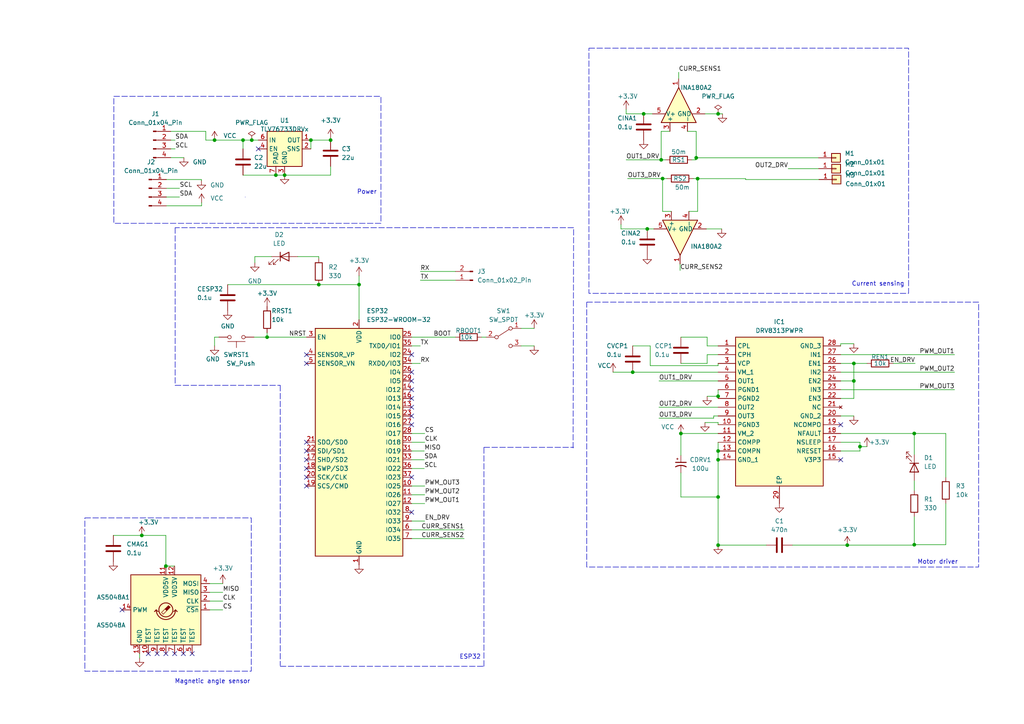
<source format=kicad_sch>
(kicad_sch (version 20230121) (generator eeschema)
  (paper "A4")
  (lib_symbols
    (symbol "Amplifier_Current:INA180A2" (pin_names (offset 0.127))
      (property "Reference" "U" (at 3.81 3.81 0))
      (property "Value" "INA180A2" (at 3.81 -2.54 0))
      (symbol "INA180A2_0_1"
        (polyline (pts (xy 5.08 0) (xy -5.08 5.08) (xy -5.08 -5.08) (xy 5.08 0)) (stroke (width 0.254)) (fill (type background)))
      )
      (symbol "INA180A2_1_1"
        (pin output line (at 7.62 0 180) (length 2.54) (name "~") (number "1"))
        (pin power_in line (at -2.54 -7.62 90) (length 3.81) (name "GND") (number "2"))
        (pin input line (at -7.62 2.54 0) (length 2.54) (name "+") (number "3"))
        (pin input line (at -7.62 -2.54 0) (length 2.54) (name "-") (number "4"))
        (pin power_in line (at -2.54 7.62 270) (length 3.81) (name "V+") (number "5"))
      )
    )
    (symbol "Connector:Conn_01x02_Pin" (pin_names (offset 1.016) hide)
      (property "Reference" "J" (at 0 2.54 0))
      (property "Value" "Conn_01x02_Pin" (at 0 -5.08 0))
      (symbol "Conn_01x02_Pin_1_1"
        (polyline (pts (xy 1.27 -2.54) (xy 0.8636 -2.54)) (stroke (width 0.1524)))
        (polyline (pts (xy 1.27 0) (xy 0.8636 0)) (stroke (width 0.1524)))
        (rectangle (start 0.8636 -2.413) (end 0 -2.667) (stroke (width 0.1524)) (fill (type outline)))
        (rectangle (start 0.8636 0.127) (end 0 -0.127) (stroke (width 0.1524)) (fill (type outline)))
        (pin passive line (at 5.08 0 180) (length 3.81) (name "Pin_1") (number "1"))
        (pin passive line (at 5.08 -2.54 180) (length 3.81) (name "Pin_2") (number "2"))
      )
    )
    (symbol "Connector:Conn_01x04_Pin" (pin_names (offset 1.016) hide)
      (property "Reference" "J" (at 0 5.08 0))
      (property "Value" "Conn_01x04_Pin" (at 0 -7.62 0))
      (symbol "Conn_01x04_Pin_1_1"
        (polyline (pts (xy 1.27 -5.08) (xy 0.8636 -5.08)) (stroke (width 0.1524)))
        (polyline (pts (xy 1.27 -2.54) (xy 0.8636 -2.54)) (stroke (width 0.1524)))
        (polyline (pts (xy 1.27 0) (xy 0.8636 0)) (stroke (width 0.1524)))
        (polyline (pts (xy 1.27 2.54) (xy 0.8636 2.54)) (stroke (width 0.1524)))
        (rectangle (start 0.8636 -4.953) (end 0 -5.207) (stroke (width 0.1524)) (fill (type outline)))
        (rectangle (start 0.8636 -2.413) (end 0 -2.667) (stroke (width 0.1524)) (fill (type outline)))
        (rectangle (start 0.8636 0.127) (end 0 -0.127) (stroke (width 0.1524)) (fill (type outline)))
        (rectangle (start 0.8636 2.667) (end 0 2.413) (stroke (width 0.1524)) (fill (type outline)))
        (pin passive line (at 5.08 2.54 180) (length 3.81) (name "Pin_1") (number "1"))
        (pin passive line (at 5.08 0 180) (length 3.81) (name "Pin_2") (number "2"))
        (pin passive line (at 5.08 -2.54 180) (length 3.81) (name "Pin_3") (number "3"))
        (pin passive line (at 5.08 -5.08 180) (length 3.81) (name "Pin_4") (number "4"))
      )
    )
    (symbol "Connector_Generic:Conn_01x01" (pin_names (offset 1.016) hide)
      (property "Reference" "J" (at 0 2.54 0))
      (property "Value" "Conn_01x01" (at 0 -2.54 0))
      (symbol "Conn_01x01_1_1"
        (rectangle (start -1.27 0.127) (end 0 -0.127) (stroke (width 0.1524)))
        (rectangle (start -1.27 1.27) (end 1.27 -1.27) (stroke (width 0.254)) (fill (type background)))
        (pin passive line (at -5.08 0 0) (length 3.81) (name "Pin_1") (number "1"))
      )
    )
    (symbol "DRV8313PWPR:DRV8313PWPR"
      (property "Reference" "IC" (at 31.75 7.62 0))
      (property "Value" "DRV8313PWPR" (at 31.75 5.08 0))
      (symbol "DRV8313PWPR_1_1"
        (rectangle (start 5.08 2.54) (end 30.48 -40.64) (stroke (width 0.254)) (fill (type background)))
        (pin passive line (at 0 0 0) (length 5.08) (name "CPL") (number "1"))
        (pin passive line (at 0 -22.86 0) (length 5.08) (name "PGND3") (number "10"))
        (pin passive line (at 0 -25.4 0) (length 5.08) (name "VM_2") (number "11"))
        (pin passive line (at 0 -27.94 0) (length 5.08) (name "COMPP") (number "12"))
        (pin passive line (at 0 -30.48 0) (length 5.08) (name "COMPN") (number "13"))
        (pin passive line (at 0 -33.02 0) (length 5.08) (name "GND_1") (number "14"))
        (pin passive line (at 35.56 -33.02 180) (length 5.08) (name "V3P3") (number "15"))
        (pin passive line (at 35.56 -30.48 180) (length 5.08) (name "NRESET") (number "16"))
        (pin passive line (at 35.56 -27.94 180) (length 5.08) (name "NSLEEP") (number "17"))
        (pin passive line (at 35.56 -25.4 180) (length 5.08) (name "NFAULT") (number "18"))
        (pin passive line (at 35.56 -22.86 180) (length 5.08) (name "NCOMPO") (number "19"))
        (pin passive line (at 0 -2.54 0) (length 5.08) (name "CPH") (number "2"))
        (pin passive line (at 35.56 -20.32 180) (length 5.08) (name "GND_2") (number "20"))
        (pin no_connect line (at 35.56 -17.78 180) (length 5.08) (name "NC") (number "21"))
        (pin passive line (at 35.56 -15.24 180) (length 5.08) (name "EN3") (number "22"))
        (pin passive line (at 35.56 -12.7 180) (length 5.08) (name "IN3") (number "23"))
        (pin passive line (at 35.56 -10.16 180) (length 5.08) (name "EN2") (number "24"))
        (pin passive line (at 35.56 -7.62 180) (length 5.08) (name "IN2") (number "25"))
        (pin passive line (at 35.56 -5.08 180) (length 5.08) (name "EN1") (number "26"))
        (pin passive line (at 35.56 -2.54 180) (length 5.08) (name "IN1") (number "27"))
        (pin passive line (at 35.56 0 180) (length 5.08) (name "GND_3") (number "28"))
        (pin passive line (at 17.78 -45.72 90) (length 5.08) (name "EP") (number "29"))
        (pin passive line (at 0 -5.08 0) (length 5.08) (name "VCP") (number "3"))
        (pin passive line (at 0 -7.62 0) (length 5.08) (name "VM_1") (number "4"))
        (pin passive line (at 0 -10.16 0) (length 5.08) (name "OUT1") (number "5"))
        (pin passive line (at 0 -12.7 0) (length 5.08) (name "PGND1") (number "6"))
        (pin passive line (at 0 -15.24 0) (length 5.08) (name "PGND2") (number "7"))
        (pin passive line (at 0 -17.78 0) (length 5.08) (name "OUT2") (number "8"))
        (pin passive line (at 0 -20.32 0) (length 5.08) (name "OUT3") (number "9"))
      )
    )
    (symbol "Device:C" (pin_numbers hide) (pin_names (offset 0.254))
      (property "Reference" "C" (at 0.635 2.54 0))
      (property "Value" "C" (at 0.635 -2.54 0))
      (symbol "C_0_1"
        (polyline (pts (xy -2.032 -0.762) (xy 2.032 -0.762)) (stroke (width 0.508)))
        (polyline (pts (xy -2.032 0.762) (xy 2.032 0.762)) (stroke (width 0.508)))
      )
      (symbol "C_1_1"
        (pin passive line (at 0 3.81 270) (length 2.794) (name "~") (number "1"))
        (pin passive line (at 0 -3.81 90) (length 2.794) (name "~") (number "2"))
      )
    )
    (symbol "Device:C_Polarized_Small_US" (pin_numbers hide) (pin_names (offset 0.254) hide)
      (property "Reference" "C" (at 0.254 1.778 0))
      (property "Value" "C_Polarized_Small_US" (at 0.254 -2.032 0))
      (symbol "C_Polarized_Small_US_0_1"
        (polyline (pts (xy -1.524 0.508) (xy 1.524 0.508)) (stroke (width 0.3048)))
        (polyline (pts (xy -1.27 1.524) (xy -0.762 1.524)))
        (polyline (pts (xy -1.016 1.27) (xy -1.016 1.778)))
        (arc (start 1.524 -0.762) (mid 0 -0.3734) (end -1.524 -0.762) (stroke (width 0.3048)))
      )
      (symbol "C_Polarized_Small_US_1_1"
        (pin passive line (at 0 2.54 270) (length 2.032) (name "~") (number "1"))
        (pin passive line (at 0 -2.54 90) (length 2.032) (name "~") (number "2"))
      )
    )
    (symbol "Device:LED" (pin_numbers hide) (pin_names (offset 1.016) hide)
      (property "Reference" "D" (at 0 2.54 0))
      (property "Value" "LED" (at 0 -2.54 0))
      (symbol "LED_0_1"
        (polyline (pts (xy -1.27 -1.27) (xy -1.27 1.27)) (stroke (width 0.254)))
        (polyline (pts (xy -1.27 0) (xy 1.27 0)))
        (polyline (pts (xy 1.27 -1.27) (xy 1.27 1.27) (xy -1.27 0) (xy 1.27 -1.27)) (stroke (width 0.254)))
        (polyline (pts (xy -3.048 -0.762) (xy -4.572 -2.286) (xy -3.81 -2.286) (xy -4.572 -2.286) (xy -4.572 -1.524)))
        (polyline (pts (xy -1.778 -0.762) (xy -3.302 -2.286) (xy -2.54 -2.286) (xy -3.302 -2.286) (xy -3.302 -1.524)))
      )
      (symbol "LED_1_1"
        (pin passive line (at -3.81 0 0) (length 2.54) (name "K") (number "1"))
        (pin passive line (at 3.81 0 180) (length 2.54) (name "A") (number "2"))
      )
    )
    (symbol "Device:R" (pin_numbers hide) (pin_names (offset 0))
      (property "Reference" "R" (at 2.032 0 90))
      (property "Value" "R" (at 0 0 90))
      (symbol "R_0_1"
        (rectangle (start -1.016 -2.54) (end 1.016 2.54) (stroke (width 0.254)))
      )
      (symbol "R_1_1"
        (pin passive line (at 0 3.81 270) (length 1.27) (name "~") (number "1"))
        (pin passive line (at 0 -3.81 90) (length 1.27) (name "~") (number "2"))
      )
    )
    (symbol "RF_Module:ESP32-WROOM-32"
      (property "Reference" "U" (at -12.7 34.29 0))
      (property "Value" "ESP32-WROOM-32" (at 1.27 34.29 0))
      (symbol "ESP32-WROOM-32_0_1"
        (rectangle (start -12.7 33.02) (end 12.7 -33.02) (stroke (width 0.254)) (fill (type background)))
      )
      (symbol "ESP32-WROOM-32_1_1"
        (pin power_in line (at 0 -35.56 90) (length 2.54) (name "GND") (number "1"))
        (pin bidirectional line (at 15.24 -12.7 180) (length 2.54) (name "IO25") (number "10"))
        (pin bidirectional line (at 15.24 -15.24 180) (length 2.54) (name "IO26") (number "11"))
        (pin bidirectional line (at 15.24 -17.78 180) (length 2.54) (name "IO27") (number "12"))
        (pin bidirectional line (at 15.24 10.16 180) (length 2.54) (name "IO14") (number "13"))
        (pin bidirectional line (at 15.24 15.24 180) (length 2.54) (name "IO12") (number "14"))
        (pin passive line (at 0 -35.56 90) (length 2.54) hide (name "GND") (number "15"))
        (pin bidirectional line (at 15.24 12.7 180) (length 2.54) (name "IO13") (number "16"))
        (pin bidirectional line (at -15.24 -5.08 0) (length 2.54) (name "SHD/SD2") (number "17"))
        (pin bidirectional line (at -15.24 -7.62 0) (length 2.54) (name "SWP/SD3") (number "18"))
        (pin bidirectional line (at -15.24 -12.7 0) (length 2.54) (name "SCS/CMD") (number "19"))
        (pin power_in line (at 0 35.56 270) (length 2.54) (name "VDD") (number "2"))
        (pin bidirectional line (at -15.24 -10.16 0) (length 2.54) (name "SCK/CLK") (number "20"))
        (pin bidirectional line (at -15.24 0 0) (length 2.54) (name "SDO/SD0") (number "21"))
        (pin bidirectional line (at -15.24 -2.54 0) (length 2.54) (name "SDI/SD1") (number "22"))
        (pin bidirectional line (at 15.24 7.62 180) (length 2.54) (name "IO15") (number "23"))
        (pin bidirectional line (at 15.24 25.4 180) (length 2.54) (name "IO2") (number "24"))
        (pin bidirectional line (at 15.24 30.48 180) (length 2.54) (name "IO0") (number "25"))
        (pin bidirectional line (at 15.24 20.32 180) (length 2.54) (name "IO4") (number "26"))
        (pin bidirectional line (at 15.24 5.08 180) (length 2.54) (name "IO16") (number "27"))
        (pin bidirectional line (at 15.24 2.54 180) (length 2.54) (name "IO17") (number "28"))
        (pin bidirectional line (at 15.24 17.78 180) (length 2.54) (name "IO5") (number "29"))
        (pin input line (at -15.24 30.48 0) (length 2.54) (name "EN") (number "3"))
        (pin bidirectional line (at 15.24 0 180) (length 2.54) (name "IO18") (number "30"))
        (pin bidirectional line (at 15.24 -2.54 180) (length 2.54) (name "IO19") (number "31"))
        (pin no_connect line (at -12.7 -27.94 0) (length 2.54) hide (name "NC") (number "32"))
        (pin bidirectional line (at 15.24 -5.08 180) (length 2.54) (name "IO21") (number "33"))
        (pin bidirectional line (at 15.24 22.86 180) (length 2.54) (name "RXD0/IO3") (number "34"))
        (pin bidirectional line (at 15.24 27.94 180) (length 2.54) (name "TXD0/IO1") (number "35"))
        (pin bidirectional line (at 15.24 -7.62 180) (length 2.54) (name "IO22") (number "36"))
        (pin bidirectional line (at 15.24 -10.16 180) (length 2.54) (name "IO23") (number "37"))
        (pin passive line (at 0 -35.56 90) (length 2.54) hide (name "GND") (number "38"))
        (pin passive line (at 0 -35.56 90) (length 2.54) hide (name "GND") (number "39"))
        (pin input line (at -15.24 25.4 0) (length 2.54) (name "SENSOR_VP") (number "4"))
        (pin input line (at -15.24 22.86 0) (length 2.54) (name "SENSOR_VN") (number "5"))
        (pin input line (at 15.24 -25.4 180) (length 2.54) (name "IO34") (number "6"))
        (pin input line (at 15.24 -27.94 180) (length 2.54) (name "IO35") (number "7"))
        (pin bidirectional line (at 15.24 -20.32 180) (length 2.54) (name "IO32") (number "8"))
        (pin bidirectional line (at 15.24 -22.86 180) (length 2.54) (name "IO33") (number "9"))
      )
    )
    (symbol "Regulator_Linear:TLV76733DRVx"
      (property "Reference" "U" (at 0 8.89 0))
      (property "Value" "TLV76733DRVx" (at 0 6.35 0))
      (symbol "TLV76733DRVx_0_1"
        (rectangle (start -5.08 -5.08) (end 5.08 5.08) (stroke (width 0.254)) (fill (type background)))
      )
      (symbol "TLV76733DRVx_1_1"
        (pin power_out line (at 7.62 2.54 180) (length 2.54) (name "OUT") (number "1"))
        (pin input line (at 7.62 0 180) (length 2.54) (name "SNS") (number "2"))
        (pin power_in line (at 0 -7.62 90) (length 2.54) (name "GND") (number "3"))
        (pin input line (at -7.62 0 0) (length 2.54) (name "EN") (number "4"))
        (pin passive line (at 0 -7.62 90) (length 2.54) hide (name "GND") (number "5"))
        (pin power_in line (at -7.62 2.54 0) (length 2.54) (name "IN") (number "6"))
        (pin passive line (at -2.54 -7.62 90) (length 2.54) (name "PAD") (number "7"))
      )
    )
    (symbol "Sensor_Magnetic:AS5048A"
      (property "Reference" "U" (at -10.16 11.43 0))
      (property "Value" "AS5048A" (at 10.16 11.43 0))
      (symbol "AS5048A_0_1"
        (rectangle (start -10.16 10.16) (end 10.16 -10.16) (stroke (width 0.254)) (fill (type background)))
        (arc (start -2.794 0) (mid 0 -2.7819) (end 2.794 0) (stroke (width 0.254)))
        (polyline (pts (xy -2.794 0) (xy -3.302 -0.508)) (stroke (width 0.254)))
        (polyline (pts (xy -2.794 0) (xy -2.286 -0.508)) (stroke (width 0.254)))
        (polyline (pts (xy 2.794 0) (xy 2.286 -0.508)) (stroke (width 0.254)))
        (polyline (pts (xy 2.794 0) (xy 3.302 -0.508)) (stroke (width 0.254)))
      )
      (symbol "AS5048A_1_1"
        (polyline (pts (xy 0.254 0.254) (xy 1.27 -0.762) (xy 0.762 -1.27) (xy -0.254 -0.254)))
        (polyline (pts (xy -0.762 1.27) (xy 0.254 0.254) (xy -0.254 -0.254) (xy -1.27 0.762) (xy -1.016 1.016) (xy -0.762 1.27) (xy -0.635 1.143)) (fill (type outline)))
        (circle (center 0 0) (radius 2.032) (stroke (width 0.254)))
        (pin input line (at -12.7 0 0) (length 2.54) (name "~{CSn}") (number "1"))
        (pin passive line (at 5.08 -12.7 90) (length 2.54) (name "TEST") (number "10"))
        (pin power_in line (at 0 12.7 270) (length 2.54) (name "VDD5V") (number "11"))
        (pin power_in line (at -2.54 12.7 270) (length 2.54) (name "VDD3V") (number "12"))
        (pin power_in line (at 7.62 -12.7 90) (length 2.54) (name "GND") (number "13"))
        (pin output line (at 12.7 0 180) (length 2.54) (name "PWM") (number "14"))
        (pin input line (at -12.7 2.54 0) (length 2.54) (name "CLK") (number "2"))
        (pin output line (at -12.7 5.08 0) (length 2.54) (name "MISO") (number "3"))
        (pin input line (at -12.7 7.62 0) (length 2.54) (name "MOSI") (number "4"))
        (pin passive line (at -7.62 -12.7 90) (length 2.54) (name "TEST") (number "5"))
        (pin passive line (at -5.08 -12.7 90) (length 2.54) (name "TEST") (number "6"))
        (pin passive line (at -2.54 -12.7 90) (length 2.54) (name "TEST") (number "7"))
        (pin passive line (at 0 -12.7 90) (length 2.54) (name "TEST") (number "8"))
        (pin passive line (at 2.54 -12.7 90) (length 2.54) (name "TEST") (number "9"))
      )
    )
    (symbol "Switch:SW_Push" (pin_numbers hide) (pin_names (offset 1.016) hide)
      (property "Reference" "SW" (at 1.27 2.54 0))
      (property "Value" "SW_Push" (at 0 -1.524 0))
      (symbol "SW_Push_0_1"
        (circle (center -2.032 0) (radius 0.508))
        (polyline (pts (xy 0 1.27) (xy 0 3.048)))
        (polyline (pts (xy 2.54 1.27) (xy -2.54 1.27)))
        (circle (center 2.032 0) (radius 0.508))
        (pin passive line (at -5.08 0 0) (length 2.54) (name "1") (number "1"))
        (pin passive line (at 5.08 0 180) (length 2.54) (name "2") (number "2"))
      )
    )
    (symbol "Switch:SW_SPDT" (pin_names (offset 0) hide)
      (property "Reference" "SW" (at 0 4.318 0))
      (property "Value" "SW_SPDT" (at 0 -5.08 0))
      (symbol "SW_SPDT_0_0"
        (circle (center -2.032 0) (radius 0.508))
        (circle (center 2.032 -2.54) (radius 0.508))
      )
      (symbol "SW_SPDT_0_1"
        (polyline (pts (xy -1.524 0.254) (xy 1.651 2.286)))
        (circle (center 2.032 2.54) (radius 0.508))
      )
      (symbol "SW_SPDT_1_1"
        (pin passive line (at 5.08 2.54 180) (length 2.54) (name "A") (number "1"))
        (pin passive line (at -5.08 0 0) (length 2.54) (name "B") (number "2"))
        (pin passive line (at 5.08 -2.54 180) (length 2.54) (name "C") (number "3"))
      )
    )
    (symbol "power:+3.3V" (power) (pin_names (offset 0))
      (property "Value" "+3.3V" (at 0 3.556 0))
      (symbol "+3.3V_0_1"
        (polyline (pts (xy -0.762 1.27) (xy 0 2.54)))
        (polyline (pts (xy 0 0) (xy 0 2.54)))
        (polyline (pts (xy 0 2.54) (xy 0.762 1.27)))
      )
      (symbol "+3.3V_1_1"
        (pin power_in line (at 0 0 90) (length 0) hide (name "+3.3V") (number "1"))
      )
    )
    (symbol "power:GND" (power) (pin_names (offset 0))
      (property "Value" "GND" (at 0 -3.81 0))
      (symbol "GND_0_1"
        (polyline (pts (xy 0 0) (xy 0 -1.27) (xy 1.27 -1.27) (xy 0 -2.54) (xy -1.27 -1.27) (xy 0 -1.27)))
      )
      (symbol "GND_1_1"
        (pin power_in line (at 0 0 270) (length 0) hide (name "GND") (number "1"))
      )
    )
    (symbol "power:PWR_FLAG" (power) (pin_numbers hide) (pin_names (offset 0) hide)
      (property "Value" "PWR_FLAG" (at 0 3.81 0))
      (symbol "PWR_FLAG_0_0"
        (pin power_out line (at 0 0 90) (length 0) (name "pwr") (number "1"))
      )
      (symbol "PWR_FLAG_0_1"
        (polyline (pts (xy 0 0) (xy 0 1.27) (xy -1.016 1.905) (xy 0 2.54) (xy 1.016 1.905) (xy 0 1.27)))
      )
    )
    (symbol "power:VCC" (power) (pin_names (offset 0))
      (property "Value" "VCC" (at 0 3.81 0))
      (symbol "VCC_0_1"
        (polyline (pts (xy -0.762 1.27) (xy 0 2.54)))
        (polyline (pts (xy 0 0) (xy 0 2.54)))
        (polyline (pts (xy 0 2.54) (xy 0.762 1.27)))
      )
      (symbol "VCC_1_1"
        (pin power_in line (at 0 0 90) (length 0) hide (name "VCC") (number "1"))
      )
    )
  )
  (junction (at 82.55 50.8))
  (junction (at 201.93 45.7708))
  (junction (at 104.14 82.55))
  (junction (at 265.176 125.73))
  (junction (at 183.515 107.95))
  (junction (at 92.456 82.55))
  (junction (at 73.025 40.64))
  (junction (at 95.885 40.64))
  (junction (at 41.1226 155.2956))
  (junction (at 191.77 46.355))
  (junction (at 208.28 133.35))
  (junction (at 192.1764 51.7906))
  (junction (at 80.01 50.8))
  (junction (at 208.28 130.81))
  (junction (at 208.28 158.115))
  (junction (at 187.7314 66.3956))
  (junction (at 48.1076 164.1856))
  (junction (at 249.428 129.54))
  (junction (at 247.65 105.41))
  (junction (at 202.3364 51.816))
  (junction (at 186.69 33.02))
  (junction (at 208.28 33.02))
  (junction (at 208.28 114.935))
  (junction (at 70.485 40.64))
  (junction (at 245.745 158.115))
  (junction (at 77.47 97.79))
  (junction (at 265.176 157.988))
  (junction (at 62.23 40.64))
  (junction (at 90.17 40.64))
  (junction (at 247.65 110.49))
  (junction (at 208.28 144.145))
  (junction (at 197.485 125.73))
  (no_connect (at 243.84 123.19))
  (no_connect (at 88.9 102.87))
  (no_connect (at 43.0276 189.5856))
  (no_connect (at 55.7276 189.5856))
  (no_connect (at 119.38 110.49))
  (no_connect (at 119.38 113.03))
  (no_connect (at 74.93 43.18))
  (no_connect (at 88.9 133.35))
  (no_connect (at 119.38 107.95))
  (no_connect (at 45.5676 189.5856))
  (no_connect (at 243.84 133.35))
  (no_connect (at 48.1076 189.5856))
  (no_connect (at 88.9 130.81))
  (no_connect (at 50.6476 189.5856))
  (no_connect (at 35.4076 176.8856))
  (no_connect (at 88.9 105.41))
  (no_connect (at 119.38 148.59))
  (no_connect (at 119.38 118.11))
  (no_connect (at 119.38 123.19))
  (no_connect (at 53.1876 189.5856))
  (no_connect (at 119.38 115.57))
  (no_connect (at 88.9 128.27))
  (no_connect (at 119.38 138.43))
  (no_connect (at 88.9 140.97))
  (no_connect (at 88.9 135.89))
  (no_connect (at 119.38 102.87))
  (no_connect (at 88.9 138.43))
  (no_connect (at 119.38 120.65))
  (wire (pts (xy 192.1764 61.3156) (xy 192.1764 51.7906)))
  (wire (pts (xy 119.38 97.79) (xy 132.08 97.79)))
  (wire (pts (xy 265.43 105.41) (xy 259.08 105.41)))
  (wire (pts (xy 191.77 38.1) (xy 191.77 46.355)))
  (wire (pts (xy 49.53 43.18) (xy 50.8 43.18)))
  (polyline (pts (xy 166.2176 129.9464) (xy 166.37 66.04)) (stroke (width 0) (type dash)))
  (wire (pts (xy 228.6 48.9204) (xy 237.4392 48.9204)))
  (wire (pts (xy 70.485 40.64) (xy 73.025 40.64)))
  (wire (pts (xy 73.025 40.64) (xy 74.93 40.64)))
  (wire (pts (xy 60.8076 171.8056) (xy 64.6176 171.8056)))
  (wire (pts (xy 119.38 143.51) (xy 123.19 143.51)))
  (wire (pts (xy 243.84 115.57) (xy 247.65 115.57)))
  (wire (pts (xy 197.485 125.73) (xy 208.28 125.73)))
  (wire (pts (xy 247.65 105.41) (xy 243.84 105.41)))
  (wire (pts (xy 188.595 106.045) (xy 188.595 100.33)))
  (wire (pts (xy 121.92 78.74) (xy 132.08 78.74)))
  (wire (pts (xy 119.38 146.05) (xy 123.19 146.05)))
  (wire (pts (xy 208.28 114.935) (xy 208.28 115.57)))
  (wire (pts (xy 197.485 125.73) (xy 197.485 132.08)))
  (wire (pts (xy 60.8076 169.2656) (xy 64.6176 169.2656)))
  (wire (pts (xy 247.65 110.49) (xy 247.65 105.41)))
  (wire (pts (xy 70.485 50.8) (xy 80.01 50.8)))
  (wire (pts (xy 119.38 151.13) (xy 123.19 151.13)))
  (wire (pts (xy 192.1764 61.3156) (xy 194.7164 61.3156)))
  (wire (pts (xy 95.885 48.26) (xy 95.885 50.8)))
  (wire (pts (xy 205.105 100.33) (xy 208.28 100.33)))
  (wire (pts (xy 191.77 46.355) (xy 193.04 46.355)))
  (wire (pts (xy 191.135 118.11) (xy 208.28 118.11)))
  (wire (pts (xy 208.28 133.35) (xy 208.28 144.145)))
  (wire (pts (xy 49.53 38.1) (xy 59.69 38.1)))
  (wire (pts (xy 73.914 74.422) (xy 73.914 76.2)))
  (wire (pts (xy 249.428 129.54) (xy 249.428 128.27)))
  (wire (pts (xy 48.26 57.15) (xy 52.07 57.15)))
  (wire (pts (xy 249.428 129.54) (xy 251.46 129.54)))
  (wire (pts (xy 180.1114 65.1256) (xy 180.1114 66.3956)))
  (wire (pts (xy 243.84 100.33) (xy 243.84 99.695)))
  (wire (pts (xy 183.515 107.95) (xy 208.28 107.95)))
  (wire (pts (xy 207.01 120.65) (xy 208.28 120.65)))
  (wire (pts (xy 197.485 137.16) (xy 197.485 144.145)))
  (wire (pts (xy 216.2556 52.07) (xy 216.2556 51.816)))
  (wire (pts (xy 119.38 140.97) (xy 123.19 140.97)))
  (wire (pts (xy 229.87 158.115) (xy 245.745 158.115)))
  (wire (pts (xy 90.17 40.64) (xy 95.885 40.64)))
  (wire (pts (xy 62.23 100.33) (xy 62.23 97.79)))
  (wire (pts (xy 208.28 144.145) (xy 208.28 158.115)))
  (wire (pts (xy 205.105 97.79) (xy 197.485 97.79)))
  (wire (pts (xy 59.69 38.1) (xy 59.69 40.64)))
  (wire (pts (xy 119.38 135.89) (xy 123.063 135.89)))
  (wire (pts (xy 191.77 38.1) (xy 194.31 38.1)))
  (wire (pts (xy 78.74 74.422) (xy 73.914 74.422)))
  (wire (pts (xy 208.28 128.27) (xy 208.28 130.81)))
  (wire (pts (xy 208.28 130.81) (xy 208.28 133.35)))
  (wire (pts (xy 276.86 102.87) (xy 243.84 102.87)))
  (wire (pts (xy 73.66 97.79) (xy 77.47 97.79)))
  (wire (pts (xy 151.13 100.33) (xy 154.94 100.33)))
  (wire (pts (xy 199.7964 61.3156) (xy 202.3364 61.3156)))
  (wire (pts (xy 243.84 113.03) (xy 276.86 113.03)))
  (wire (pts (xy 134.62 153.67) (xy 119.38 153.67)))
  (wire (pts (xy 48.26 59.69) (xy 58.4708 59.69)))
  (wire (pts (xy 199.39 38.1) (xy 201.93 38.1)))
  (wire (pts (xy 200.66 46.355) (xy 201.93 46.355)))
  (wire (pts (xy 80.01 50.8) (xy 82.55 50.8)))
  (wire (pts (xy 207.01 121.285) (xy 207.01 120.65)))
  (wire (pts (xy 208.28 122.555) (xy 208.28 123.19)))
  (wire (pts (xy 119.38 125.73) (xy 123.19 125.73)))
  (wire (pts (xy 205.105 105.41) (xy 197.485 105.41)))
  (polyline (pts (xy 81.28 111.76) (xy 81.28 193.04)) (stroke (width 0) (type dash)))
  (wire (pts (xy 202.3364 51.816) (xy 202.3364 61.3156)))
  (wire (pts (xy 60.8076 174.3456) (xy 64.6176 174.3456)))
  (wire (pts (xy 196.85 20.955) (xy 196.85 22.86)))
  (wire (pts (xy 48.26 52.07) (xy 58.42 52.07)))
  (polyline (pts (xy 81.28 193.2432) (xy 140.3604 193.2432)) (stroke (width 0) (type dash)))
  (wire (pts (xy 205.105 114.935) (xy 208.28 114.935)))
  (wire (pts (xy 276.86 107.95) (xy 243.84 107.95)))
  (wire (pts (xy 192.1764 51.7906) (xy 193.4464 51.7906)))
  (wire (pts (xy 197.485 144.145) (xy 208.28 144.145)))
  (wire (pts (xy 243.84 130.81) (xy 249.428 130.81)))
  (wire (pts (xy 49.53 45.72) (xy 53.34 45.72)))
  (wire (pts (xy 182.0164 51.7906) (xy 192.1764 51.7906)))
  (wire (pts (xy 204.8764 66.3956) (xy 209.3214 66.3956)))
  (wire (pts (xy 58.4708 59.69) (xy 58.4708 58.7756)))
  (wire (pts (xy 274.32 138.43) (xy 274.32 125.73)))
  (wire (pts (xy 66.04 82.55) (xy 92.456 82.55)))
  (wire (pts (xy 208.28 33.02) (xy 209.55 33.02)))
  (wire (pts (xy 58.42 52.07) (xy 58.42 52.4256)))
  (wire (pts (xy 92.456 74.93) (xy 92.456 74.422)))
  (wire (pts (xy 123.063 133.35) (xy 119.38 133.35)))
  (wire (pts (xy 243.84 99.695) (xy 247.65 99.695)))
  (wire (pts (xy 201.93 38.1) (xy 201.93 45.7708)))
  (wire (pts (xy 243.84 110.49) (xy 247.65 110.49)))
  (wire (pts (xy 265.176 158.115) (xy 265.176 157.988)))
  (wire (pts (xy 274.32 157.988) (xy 265.176 157.988)))
  (wire (pts (xy 60.8076 176.8856) (xy 64.6176 176.8856)))
  (wire (pts (xy 205.105 102.87) (xy 205.105 105.41)))
  (wire (pts (xy 119.38 128.27) (xy 123.19 128.27)))
  (wire (pts (xy 243.84 120.65) (xy 247.65 120.65)))
  (wire (pts (xy 249.428 128.27) (xy 243.84 128.27)))
  (wire (pts (xy 201.0664 51.7906) (xy 202.3364 51.7906)))
  (wire (pts (xy 95.885 50.8) (xy 82.55 50.8)))
  (wire (pts (xy 134.62 156.21) (xy 119.38 156.21)))
  (wire (pts (xy 119.38 100.33) (xy 121.92 100.33)))
  (wire (pts (xy 62.23 97.79) (xy 63.5 97.79)))
  (wire (pts (xy 40.4876 190.8556) (xy 40.4876 189.5856)))
  (wire (pts (xy 121.92 81.28) (xy 132.08 81.28)))
  (wire (pts (xy 249.428 130.81) (xy 249.428 129.54)))
  (wire (pts (xy 70.485 40.64) (xy 70.485 43.18)))
  (wire (pts (xy 48.26 54.61) (xy 52.07 54.61)))
  (wire (pts (xy 187.7314 66.3956) (xy 189.6364 66.3956)))
  (wire (pts (xy 205.105 102.87) (xy 208.28 102.87)))
  (wire (pts (xy 62.23 40.64) (xy 70.485 40.64)))
  (wire (pts (xy 95.885 40.64) (xy 95.885 40.005)))
  (wire (pts (xy 48.1076 164.1856) (xy 48.1076 155.2956)))
  (wire (pts (xy 265.176 142.24) (xy 265.176 139.446)))
  (wire (pts (xy 186.69 33.02) (xy 189.23 33.02)))
  (wire (pts (xy 216.2556 51.816) (xy 202.3364 51.816)))
  (wire (pts (xy 245.745 158.115) (xy 265.176 158.115)))
  (wire (pts (xy 48.1076 155.2956) (xy 41.1226 155.2956)))
  (wire (pts (xy 181.61 46.355) (xy 191.77 46.355)))
  (wire (pts (xy 104.14 82.55) (xy 104.14 92.71)))
  (wire (pts (xy 208.28 113.03) (xy 208.28 114.935)))
  (wire (pts (xy 204.47 122.555) (xy 208.28 122.555)))
  (wire (pts (xy 274.32 146.05) (xy 274.32 157.988)))
  (wire (pts (xy 265.176 125.73) (xy 265.176 131.826)))
  (polyline (pts (xy 50.8 66.04) (xy 50.8 111.76)) (stroke (width 0) (type dash)))
  (wire (pts (xy 201.93 45.7708) (xy 237.3884 45.7708)))
  (wire (pts (xy 274.32 125.73) (xy 265.176 125.73)))
  (wire (pts (xy 243.84 125.73) (xy 265.176 125.73)))
  (wire (pts (xy 77.47 96.52) (xy 77.47 97.79)))
  (polyline (pts (xy 50.8 111.76) (xy 81.28 111.76)) (stroke (width 0) (type dash)))
  (wire (pts (xy 140.97 97.79) (xy 139.7 97.79)))
  (wire (pts (xy 90.17 40.64) (xy 90.17 43.18)))
  (wire (pts (xy 265.176 157.988) (xy 265.176 149.86)))
  (wire (pts (xy 92.456 82.55) (xy 104.14 82.55)))
  (wire (pts (xy 59.69 40.64) (xy 62.23 40.64)))
  (wire (pts (xy 201.93 45.7708) (xy 201.93 46.355)))
  (wire (pts (xy 121.92 105.41) (xy 119.38 105.41)))
  (wire (pts (xy 32.8676 155.2956) (xy 41.1226 155.2956)))
  (wire (pts (xy 48.1076 164.1856) (xy 50.6476 164.1856)))
  (wire (pts (xy 191.135 121.285) (xy 207.01 121.285)))
  (polyline (pts (xy 166.37 66.04) (xy 50.8 66.04)) (stroke (width 0) (type dash)))
  (wire (pts (xy 216.2556 52.07) (xy 237.5408 52.07)))
  (wire (pts (xy 205.105 100.33) (xy 205.105 97.79)))
  (wire (pts (xy 251.46 105.41) (xy 247.65 105.41)))
  (wire (pts (xy 181.61 31.75) (xy 181.61 33.02)))
  (wire (pts (xy 188.595 106.045) (xy 208.28 106.045)))
  (wire (pts (xy 208.28 106.045) (xy 208.28 105.41)))
  (wire (pts (xy 188.595 100.33) (xy 183.515 100.33)))
  (wire (pts (xy 154.94 95.25) (xy 151.13 95.25)))
  (wire (pts (xy 92.456 74.422) (xy 86.36 74.422)))
  (polyline (pts (xy 140.3604 129.7432) (xy 166.37 129.7432)) (stroke (width 0) (type dash)))
  (wire (pts (xy 104.14 80.01) (xy 104.14 82.55)))
  (wire (pts (xy 202.3364 51.7906) (xy 202.3364 51.816)))
  (wire (pts (xy 177.8 107.95) (xy 183.515 107.95)))
  (wire (pts (xy 119.38 130.81) (xy 123.063 130.81)))
  (wire (pts (xy 180.1114 66.3956) (xy 187.7314 66.3956)))
  (wire (pts (xy 247.65 115.57) (xy 247.65 110.49)))
  (wire (pts (xy 208.28 158.115) (xy 222.25 158.115)))
  (wire (pts (xy 197.2564 78.4606) (xy 197.2564 76.5556)))
  (wire (pts (xy 191.135 110.49) (xy 208.28 110.49)))
  (wire (pts (xy 181.61 33.02) (xy 186.69 33.02)))
  (polyline (pts (xy 140.3604 193.2432) (xy 140.3604 129.7432)) (stroke (width 0) (type dash)))
  (wire (pts (xy 77.47 97.79) (xy 88.9 97.79)))
  (wire (pts (xy 49.53 40.64) (xy 50.8 40.64)))
  (wire (pts (xy 204.47 33.02) (xy 208.28 33.02)))
  (rectangle (start 24.6126 150.2156) (end 72.8726 194.6656) (stroke (width 0) (type dash)))
  (rectangle (start 170.815 13.97) (end 263.525 85.09) (stroke (width 0) (type dash)))
  (rectangle (start 170.18 87.63) (end 283.845 164.465) (stroke (width 0) (type dash)))
  (rectangle (start 33.02 27.94) (end 110.49 64.77) (stroke (width 0) (type dash)))
  (rectangle (start 71.12 57.15) (end 71.12 57.15))
  (text "Power" (at 103.505 56.515 0) (effects (font (size 1.27 1.27)) (justify left bottom)))
  (text "Magnetic angle sensor\n" (at 50.6476 198.4756 0) (effects (font (size 1.27 1.27)) (justify left bottom)))
  (text "Motor driver" (at 266.065 163.83 0) (effects (font (size 1.27 1.27)) (justify left bottom)))
  (text "Current sensing\n" (at 247.015 83.185 0) (effects (font (size 1.27 1.27)) (justify left bottom)))
  (text "ESP32\n" (at 133.2484 191.3636 0) (effects (font (size 1.27 1.27)) (justify left bottom)))
  (label "CS" (at 123.19 125.73 0))
  (label "PWM_OUT1" (at 123.19 146.05 0))
  (label "PWM_OUT1" (at 276.86 102.87 180))
  (label "MISO" (at 123.063 130.81 0))
  (label "CURR_SENS2" (at 197.2564 78.4606 0))
  (label "PWM_OUT3" (at 123.19 140.97 0))
  (label "SCL" (at 52.07 54.61 0))
  (label "CS" (at 64.6176 176.8856 0))
  (label "SDA" (at 123.063 133.35 0))
  (label "SCL" (at 123.063 135.89 0))
  (label "OUT2_DRV" (at 228.6 48.9204 180))
  (label "PWM_OUT2" (at 276.86 107.95 180))
  (label "TX" (at 121.92 81.28 0))
  (label "EN_DRV" (at 265.43 105.41 180))
  (label "NRST" (at 83.82 97.79 0))
  (label "OUT1_DRV" (at 181.61 46.355 0))
  (label "CLK" (at 123.19 128.27 0))
  (label "OUT2_DRV" (at 191.135 118.11 0))
  (label "EN_DRV" (at 123.19 151.13 0))
  (label "SDA" (at 52.07 57.15 0))
  (label "CLK" (at 64.6176 174.3456 0))
  (label "OUT1_DRV" (at 191.135 110.49 0))
  (label "MISO" (at 64.6176 171.8056 0))
  (label "PWM_OUT2" (at 123.19 143.51 0))
  (label "CURR_SENS1" (at 196.85 20.955 0))
  (label "CURR_SENS1" (at 134.62 153.67 180))
  (label "SCL" (at 50.8 43.18 0))
  (label "RX" (at 121.92 78.74 0))
  (label "TX" (at 121.92 100.33 0))
  (label "BOOT" (at 125.73 97.79 0))
  (label "SDA" (at 50.8 40.64 0))
  (label "PWM_OUT3" (at 276.86 113.03 180))
  (label "RX" (at 121.92 105.41 0))
  (label "OUT3_DRV" (at 191.135 121.285 0))
  (label "OUT3_DRV" (at 182.0164 51.7906 0))
  (label "CURR_SENS2" (at 134.62 156.21 180))
  (symbol (lib_id "Amplifier_Current:INA180A2") (at 196.85 30.48 90) (unit 1)
    (property "Reference" "U2" (effects hide))
    (property "Value" "INA180A2" (at 201.93 25.4 90))
    (property "Footprint" "Package_TO_SOT_SMD:SOT-23-5" (effects hide))
    (property "Datasheet" "http://www.ti.com/lit/ds/symlink/ina180.pdf" (effects hide))
  )
  (symbol (lib_id "Switch:SW_SPDT") (at 146.05 97.79 0) (unit 1)
    (property "Reference" "SW1" (at 146.05 90.17 0))
    (property "Value" "SW_SPDT" (at 146.05 92.71 0))
    (property "Footprint" "Button_Switch_SMD:SW_SPDT_PCM12" (effects hide))
  )
  (symbol (lib_id "Device:R") (at 265.176 146.05 0) (unit 1)
    (property "Reference" "R1" (at 267.97 144.78 0) (effects (justify left)))
    (property "Value" "330" (at 267.97 147.32 0) (effects (justify left)))
    (property "Footprint" "Resistor_SMD:R_0603_1608Metric" (effects hide))
  )
  (symbol (lib_id "power:GND") (at 208.28 158.115 0) (unit 1)
    (property "Reference" "#PWR011" (effects hide))
    (property "Value" "GND" (effects hide))
  )
  (symbol (lib_id "power:+3.3V") (at 181.61 31.75 0) (unit 1)
    (property "Reference" "#PWR023" (effects hide))
    (property "Value" "+3.3V" (at 179.07 27.94 0) (effects (justify left)))
  )
  (symbol (lib_id "power:VCC") (at 177.8 107.95 0) (unit 1)
    (property "Reference" "#PWR010" (effects hide))
    (property "Value" "VCC" (at 173.355 106.045 0) (effects (justify left)))
  )
  (symbol (lib_id "power:GND") (at 58.42 52.4256 0) (unit 1)
    (property "Reference" "#PWR019" (effects hide))
    (property "Value" "GND" (at 60.96 53.6956 0) (effects (justify left)))
  )
  (symbol (lib_id "Device:R") (at 274.32 142.24 0) (unit 1)
    (property "Reference" "R3" (at 277.2001 140.97 0) (effects (justify left)))
    (property "Value" "10k" (at 277.2001 143.51 0) (effects (justify left)))
    (property "Footprint" "Resistor_SMD:R_0603_1608Metric" (effects hide))
  )
  (symbol (lib_id "power:GND") (at 247.65 120.65 0) (unit 1)
    (property "Reference" "#PWR026" (effects hide))
    (property "Value" "GND" (effects hide))
  )
  (symbol (lib_id "power:GND") (at 62.23 100.33 0) (unit 1)
    (property "Reference" "#PWR04" (effects hide))
    (property "Value" "GND" (at 59.69 104.14 0) (effects (justify left)))
  )
  (symbol (lib_id "power:GND") (at 205.105 114.935 0) (unit 1)
    (property "Reference" "#PWR033" (effects hide))
    (property "Value" "GND" (effects hide))
  )
  (symbol (lib_id "Device:C") (at 32.8676 159.1056 0) (unit 1)
    (property "Reference" "CMAG1" (at 36.6776 157.8356 0) (effects (justify left)))
    (property "Value" "0.1u" (at 36.6776 160.3756 0) (effects (justify left)))
    (property "Footprint" "Capacitor_SMD:C_0603_1608Metric" (effects hide))
  )
  (symbol (lib_id "power:GND") (at 66.04 90.17 0) (unit 1)
    (property "Reference" "#PWR03" (effects hide))
    (property "Value" "GND" (at 66.04 94.615 0))
  )
  (symbol (lib_id "Device:C") (at 70.485 46.99 0) (unit 1)
    (property "Reference" "C2" (at 73.66 45.72 0) (effects (justify left)))
    (property "Value" "22u" (at 73.66 48.26 0) (effects (justify left)))
    (property "Footprint" "Capacitor_SMD:C_0603_1608Metric" (effects hide))
  )
  (symbol (lib_id "Device:LED") (at 82.55 74.422 0) (unit 1)
    (property "Reference" "D2" (at 80.9625 68.072 0))
    (property "Value" "LED" (at 80.9625 70.612 0))
    (property "Footprint" "LED_SMD:LED_0603_1608Metric" (effects hide))
  )
  (symbol (lib_id "power:GND") (at 209.55 33.02 0) (unit 1)
    (property "Reference" "#PWR016" (effects hide))
    (property "Value" "GND" (effects hide))
  )
  (symbol (lib_id "Connector:Conn_01x04_Pin") (at 43.18 54.61 0) (unit 1)
    (property "Reference" "J2" (at 43.815 46.99 0))
    (property "Value" "Conn_01x04_Pin" (at 43.815 49.53 0))
    (property "Footprint" "Connector_PinHeader_2.00mm:PinHeader_1x04_P2.00mm_Vertical_SMD_aligned" (effects hide))
  )
  (symbol (lib_id "Device:C") (at 186.69 36.83 180) (unit 1)
    (property "Reference" "CINA1" (at 179.07 34.29 0) (effects (justify right)))
    (property "Value" "0.1u" (at 179.07 36.83 0) (effects (justify right)))
    (property "Footprint" "Capacitor_SMD:C_0603_1608Metric" (effects hide))
  )
  (symbol (lib_id "power:+3.3V") (at 95.885 40.005 0) (unit 1)
    (property "Reference" "#PWR024" (effects hide))
    (property "Value" "+3.3V" (at 95.885 34.925 0))
  )
  (symbol (lib_id "power:+3.3V") (at 64.6176 169.2656 0) (unit 1)
    (property "Reference" "#PWR06" (effects hide))
    (property "Value" "+3.3V" (at 64.6176 164.8206 0))
  )
  (symbol (lib_id "power:GND") (at 187.7314 74.0156 0) (unit 1)
    (property "Reference" "#PWRe01" (effects hide))
    (property "Value" "GND" (effects hide))
  )
  (symbol (lib_id "Connector:Conn_01x04_Pin") (at 44.45 40.64 0) (unit 1)
    (property "Reference" "J1" (at 45.085 33.02 0))
    (property "Value" "Conn_01x04_Pin" (at 45.085 35.56 0))
    (property "Footprint" "Connector_PinHeader_2.00mm:PinHeader_1x04_P2.00mm_Vertical_SMD_aligned" (effects hide))
  )
  (symbol (lib_id "power:+3.3V") (at 245.745 158.115 0) (unit 1)
    (property "Reference" "#PWR09" (effects hide))
    (property "Value" "+3.3V" (at 245.745 153.67 0))
  )
  (symbol (lib_id "Device:LED") (at 265.176 135.636 270) (unit 1)
    (property "Reference" "D1" (at 267.97 132.7785 90) (effects (justify left)))
    (property "Value" "LED" (at 267.97 135.3185 90) (effects (justify left)))
    (property "Footprint" "LED_SMD:LED_0603_1608Metric" (effects hide))
  )
  (symbol (lib_id "Device:C") (at 66.04 86.36 180) (unit 1)
    (property "Reference" "CESP32" (at 57.15 83.82 0) (effects (justify right)))
    (property "Value" "0.1u" (at 57.15 86.36 0) (effects (justify right)))
    (property "Footprint" "Capacitor_SMD:C_0603_1608Metric" (effects hide))
  )
  (symbol (lib_id "power:GND") (at 73.914 76.2 0) (unit 1)
    (property "Reference" "#PWR020" (effects hide))
    (property "Value" "GND" (at 73.914 81.534 0))
  )
  (symbol (lib_id "power:GND") (at 186.69 40.64 0) (unit 1)
    (property "Reference" "#PWRe0101" (effects hide))
    (property "Value" "GND" (effects hide))
  )
  (symbol (lib_id "Device:R") (at 255.27 105.41 270) (unit 1)
    (property "Reference" "REN1" (at 255.27 103.505 90))
    (property "Value" "10k" (at 255.27 105.41 90))
    (property "Footprint" "Resistor_SMD:R_0603_1608Metric" (effects hide))
  )
  (symbol (lib_id "power:GND") (at 204.47 122.555 0) (unit 1)
    (property "Reference" "#PWR032" (effects hide))
    (property "Value" "GND" (effects hide))
  )
  (symbol (lib_id "Connector_Generic:Conn_01x01") (at 242.5192 48.9204 0) (unit 1)
    (property "Reference" "M2" (at 245.0592 47.6504 0) (effects (justify left)))
    (property "Value" "Conn_01x01" (at 245.0592 50.1904 0) (effects (justify left)))
    (property "Footprint" "TestPoint:TestPoint_Pad_2.0x2.0mm" (effects hide))
  )
  (symbol (lib_id "Connector_Generic:Conn_01x01") (at 242.6208 52.07 0) (unit 1)
    (property "Reference" "M3" (at 245.1608 50.8 0) (effects (justify left)))
    (property "Value" "Conn_01x01" (at 245.1608 53.34 0) (effects (justify left)))
    (property "Footprint" "TestPoint:TestPoint_Pad_2.0x2.0mm" (effects hide))
  )
  (symbol (lib_id "Amplifier_Current:INA180A2") (at 197.2564 68.9356 90) (mirror x) (unit 1)
    (property "Reference" "U3" (effects hide))
    (property "Value" "INA180A2" (at 204.8764 71.4756 90))
    (property "Footprint" "Package_TO_SOT_SMD:SOT-23-5" (effects hide))
    (property "Datasheet" "http://www.ti.com/lit/ds/symlink/ina180.pdf" (effects hide))
  )
  (symbol (lib_id "power:VCC") (at 62.23 40.64 0) (unit 1)
    (property "Reference" "#PWR07" (effects hide))
    (property "Value" "VCC" (at 64.77 39.37 0) (effects (justify left)))
  )
  (symbol (lib_id "Device:R") (at 196.85 46.355 90) (unit 1)
    (property "Reference" "RS1" (at 196.85 46.355 90))
    (property "Value" "50m" (at 196.85 44.069 90))
    (property "Footprint" "Resistor_SMD:R_1206_3216Metric" (effects hide))
  )
  (symbol (lib_id "power:GND") (at 82.55 50.8 0) (unit 1)
    (property "Reference" "#PWR025" (effects hide))
    (property "Value" "GND" (effects hide))
  )
  (symbol (lib_id "power:VCC") (at 58.4708 58.7756 0) (unit 1)
    (property "Reference" "#PWR018" (effects hide))
    (property "Value" "VCC" (at 61.0108 57.5056 0) (effects (justify left)))
  )
  (symbol (lib_id "Device:C") (at 197.485 101.6 180) (unit 1)
    (property "Reference" "CCP1" (at 189.865 100.33 0) (effects (justify right)))
    (property "Value" "0.1u" (at 189.865 102.87 0) (effects (justify right)))
    (property "Footprint" "Capacitor_SMD:C_0603_1608Metric" (effects hide))
  )
  (symbol (lib_id "Connector:Conn_01x02_Pin") (at 137.16 81.28 180) (unit 1)
    (property "Reference" "J3" (at 138.43 78.74 0) (effects (justify right)))
    (property "Value" "Conn_01x02_Pin" (at 138.43 81.28 0) (effects (justify right)))
    (property "Footprint" "Connector_PinHeader_2.54mm:PinHeader_1x02_P2.54mm_Vertical" (effects hide))
  )
  (symbol (lib_id "power:+3.3V") (at 41.1226 155.2956 0) (mirror y) (unit 1)
    (property "Reference" "#PWR012" (effects hide))
    (property "Value" "+3.3V" (at 43.0276 151.4856 0))
  )
  (symbol (lib_id "Device:R") (at 135.89 97.79 90) (unit 1)
    (property "Reference" "RBOOT1" (at 139.7 95.885 90) (effects (justify left)))
    (property "Value" "10k" (at 137.16 97.79 90) (effects (justify left)))
    (property "Footprint" "Resistor_SMD:R_0603_1608Metric" (effects hide))
  )
  (symbol (lib_id "power:GND") (at 40.4876 190.8556 0) (unit 1)
    (property "Reference" "#PWR028" (effects hide))
    (property "Value" "GND" (effects hide))
  )
  (symbol (lib_id "Device:R") (at 197.2564 51.7906 90) (mirror x) (unit 1)
    (property "Reference" "RS2" (at 197.2564 51.7906 90))
    (property "Value" "50m" (at 197.8914 54.3306 90))
    (property "Footprint" "Resistor_SMD:R_1206_3216Metric" (effects hide))
  )
  (symbol (lib_id "power:GND") (at 53.34 45.72 0) (unit 1)
    (property "Reference" "#PWR08" (effects hide))
    (property "Value" "GND" (at 55.88 46.99 0) (effects (justify left)))
  )
  (symbol (lib_id "power:GND") (at 32.8676 162.9156 0) (unit 1)
    (property "Reference" "#PWR022" (effects hide))
    (property "Value" "GND" (effects hide))
  )
  (symbol (lib_id "Device:R") (at 92.456 78.74 0) (unit 1)
    (property "Reference" "R2" (at 95.25 77.47 0) (effects (justify left)))
    (property "Value" "330" (at 95.25 80.01 0) (effects (justify left)))
    (property "Footprint" "Resistor_SMD:R_0603_1608Metric" (effects hide))
  )
  (symbol (lib_id "power:GND") (at 104.14 163.83 0) (unit 1)
    (property "Reference" "#PWR01" (effects hide))
    (property "Value" "GND" (effects hide))
  )
  (symbol (lib_id "power:PWR_FLAG") (at 73.025 40.64 0) (unit 1)
    (property "Reference" "#FLG03" (effects hide))
    (property "Value" "PWR_FLAG" (at 73.025 35.56 0))
  )
  (symbol (lib_id "Connector_Generic:Conn_01x01") (at 242.4684 45.7708 0) (unit 1)
    (property "Reference" "M1" (at 245.0084 44.5008 0) (effects (justify left)))
    (property "Value" "Conn_01x01" (at 245.0084 47.0408 0) (effects (justify left)))
    (property "Footprint" "TestPoint:TestPoint_Pad_2.0x2.0mm" (effects hide))
  )
  (symbol (lib_id "Device:C") (at 183.515 104.14 0) (unit 1)
    (property "Reference" "CVCP1" (at 175.895 100.33 0) (effects (justify left)))
    (property "Value" "0.1u" (at 175.895 102.87 0) (effects (justify left)))
    (property "Footprint" "Capacitor_SMD:C_0603_1608Metric" (effects hide))
  )
  (symbol (lib_id "Regulator_Linear:TLV76733DRVx") (at 82.55 43.18 0) (unit 1)
    (property "Reference" "U1" (at 82.55 34.925 0))
    (property "Value" "TLV76733DRVx" (at 82.55 37.465 0))
    (property "Footprint" "Package_SON:WSON-6-1EP_2x2mm_P0.65mm_EP1x1.6mm_ThermalVias" (effects hide))
    (property "Datasheet" "www.ti.com/lit/gpn/TLV767" (effects hide))
  )
  (symbol (lib_id "Device:C") (at 226.06 158.115 90) (unit 1)
    (property "Reference" "C1" (at 226.06 151.13 90))
    (property "Value" "470n" (at 226.06 153.67 90))
    (property "Footprint" "Capacitor_SMD:C_0603_1608Metric" (effects hide))
  )
  (symbol (lib_id "power:GND") (at 247.65 99.695 0) (unit 1)
    (property "Reference" "#PWR027" (effects hide))
    (property "Value" "GND" (effects hide))
  )
  (symbol (lib_id "DRV8313PWPR:DRV8313PWPR") (at 208.28 100.33 0) (unit 1)
    (property "Reference" "IC1" (at 226.06 93.345 0))
    (property "Value" "DRV8313PWPR" (at 226.06 95.885 0))
    (property "Footprint" "DRV8313PWP:SOP65P640X120-29N" (effects hide))
    (property "Datasheet" "http://www.ti.com/lit/gpn/drv8313" (effects hide))
    (property "Height" "1.2" (effects hide))
    (property "Manufacturer_Name" "Texas Instruments" (effects hide))
    (property "Manufacturer_Part_Number" "DRV8313PWPR" (effects hide))
    (property "Mouser Part Number" "595-DRV8313PWPR" (effects hide))
    (property "Mouser Price/Stock" "https://www.mouser.co.uk/ProductDetail/Texas-Instruments/DRV8313PWPR?qs=aQEsdMNF%2FMwPk4783CnTRg%3D%3D" (effects hide))
    (property "Arrow Part Number" "DRV8313PWPR" (effects hide))
    (property "Arrow Price/Stock" "https://www.arrow.com/en/products/drv8313pwpr/texas-instruments?region=nac" (effects hide))
  )
  (symbol (lib_id "RF_Module:ESP32-WROOM-32") (at 104.14 128.27 0) (unit 1)
    (property "Reference" "ESP32" (at 106.3341 90.17 0) (effects (justify left)))
    (property "Value" "ESP32-WROOM-32" (at 106.3341 92.71 0) (effects (justify left)))
    (property "Footprint" "RF_Module:ESP32-WROOM-32UE" (effects hide))
    (property "Datasheet" "https://www.espressif.com/sites/default/files/documentation/esp32-wroom-32_datasheet_en.pdf" (effects hide))
  )
  (symbol (lib_id "power:+3.3V") (at 180.1114 65.1256 0) (mirror y) (unit 1)
    (property "Reference" "#PWR013" (effects hide))
    (property "Value" "+3.3V" (at 182.6514 61.3156 0) (effects (justify left)))
  )
  (symbol (lib_id "Switch:SW_Push") (at 68.58 97.79 180) (unit 1)
    (property "Reference" "SWRST1" (at 68.58 102.87 0))
    (property "Value" "SW_Push" (at 69.85 105.41 0))
    (property "Footprint" "Button_Switch_SMD:SW_Tactile_SPST_NO_Straight_CK_PTS636Sx25SMTRLFS" (effects hide))
  )
  (symbol (lib_id "power:+3.3V") (at 251.46 129.54 0) (unit 1)
    (property "Reference" "#PWR015" (effects hide))
    (property "Value" "+3.3V" (at 255.016 128.27 0))
  )
  (symbol (lib_id "Device:C_Polarized_Small_US") (at 197.485 134.62 0) (unit 1)
    (property "Reference" "CDRV1" (at 200.025 133.35 0) (effects (justify left)))
    (property "Value" "100u" (at 200.66 135.89 0) (effects (justify left)))
    (property "Footprint" "Capacitor_Tantalum_SMD:CP_EIA-7343-31_Kemet-D" (effects hide))
  )
  (symbol (lib_id "power:+3.3V") (at 154.94 95.25 0) (unit 1)
    (property "Reference" "#PWR031" (effects hide))
    (property "Value" "+3.3V" (at 154.94 91.44 0))
  )
  (symbol (lib_id "Device:R") (at 77.47 92.71 0) (unit 1)
    (property "Reference" "RRST1" (at 78.74 90.17 0) (effects (justify left)))
    (property "Value" "10k" (at 78.74 92.71 0) (effects (justify left)))
    (property "Footprint" "Resistor_SMD:R_0603_1608Metric" (effects hide))
  )
  (symbol (lib_id "power:GND") (at 209.3214 66.3956 0) (mirror y) (unit 1)
    (property "Reference" "#PWR017" (effects hide))
    (property "Value" "GND" (effects hide))
  )
  (symbol (lib_id "power:GND") (at 226.06 146.05 0) (unit 1)
    (property "Reference" "#PWR029" (effects hide))
    (property "Value" "GND" (effects hide))
  )
  (symbol (lib_id "power:GND") (at 154.94 100.33 0) (unit 1)
    (property "Reference" "#PWR05" (effects hide))
    (property "Value" "GND" (effects hide))
  )
  (symbol (lib_id "power:+3.3V") (at 104.14 80.01 0) (unit 1)
    (property "Reference" "#PWR02" (effects hide))
    (property "Value" "+3.3V" (at 104.14 75.565 0))
  )
  (symbol (lib_id "power:VCC") (at 197.485 125.73 0) (unit 1)
    (property "Reference" "#PWR014" (effects hide))
    (property "Value" "VCC" (at 193.675 123.825 0))
  )
  (symbol (lib_id "power:PWR_FLAG") (at 208.28 33.02 0) (unit 1)
    (property "Reference" "#FLG01" (effects hide))
    (property "Value" "PWR_FLAG" (at 208.28 27.94 0))
  )
  (symbol (lib_id "Sensor_Magnetic:AS5048A") (at 48.1076 176.8856 0) (mirror y) (unit 1)
    (property "Reference" "AS5048A1" (at 32.8676 173.2377 0))
    (property "Value" "AS5048A" (at 32.2326 181.3306 0))
    (property "Footprint" "Package_SO:TSSOP-14_4.4x5mm_P0.65mm" (effects hide))
    (property "Datasheet" "https://ams.com/documents/20143/36005/AS5048_DS000298_4-00.pdf" (effects hide))
  )
  (symbol (lib_id "Device:C") (at 95.885 44.45 0) (unit 1)
    (property "Reference" "C3" (at 99.06 43.18 0) (effects (justify left)))
    (property "Value" "22u" (at 99.06 45.72 0) (effects (justify left)))
    (property "Footprint" "Capacitor_SMD:C_0603_1608Metric" (effects hide))
  )
  (symbol (lib_id "power:+3.3V") (at 77.47 88.9 0) (unit 1)
    (property "Reference" "#PWR030" (effects hide))
    (property "Value" "+3.3V" (at 77.47 85.09 0))
  )
  (symbol (lib_id "Device:C") (at 187.7314 70.2056 180) (unit 1)
    (property "Reference" "CINA2" (at 180.1114 67.6656 0) (effects (justify right)))
    (property "Value" "0.1u" (at 180.1114 70.2056 0) (effects (justify right)))
    (property "Footprint" "Capacitor_SMD:C_0603_1608Metric" (effects hide))
  )
)
</source>
